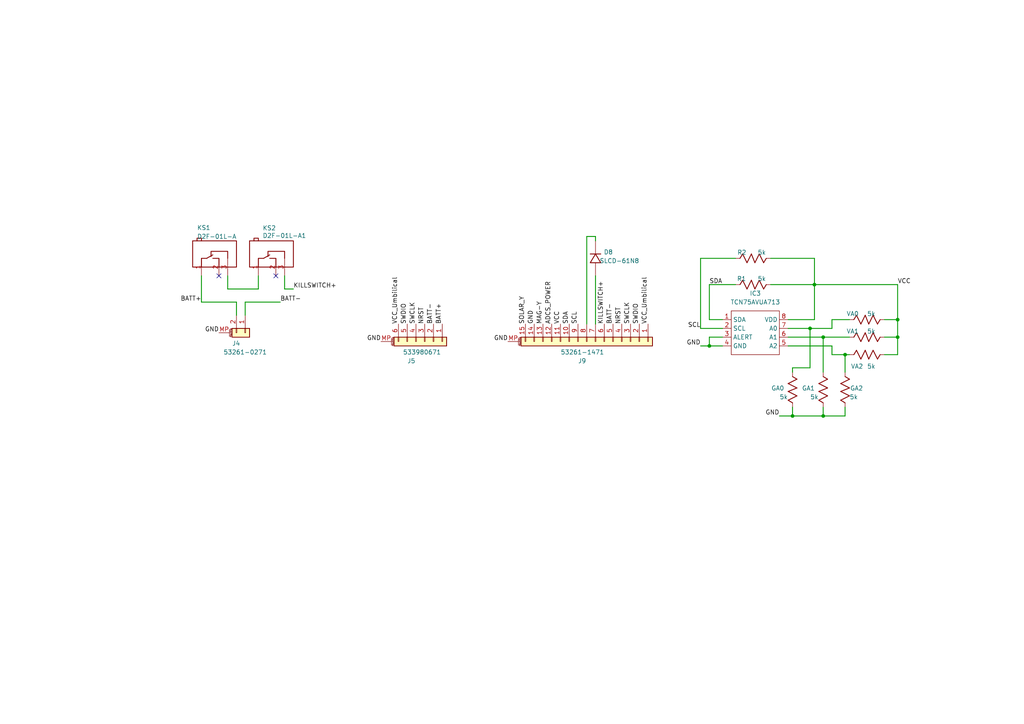
<source format=kicad_sch>
(kicad_sch (version 20211123) (generator eeschema)
  (paper "A4")
  (lib_symbols
    (symbol "Bottom_board-altium-import:0_5k"
      (property "Value" "0_5k" (at 0 0 0))
      (symbol "0_5k_1_0"
        (polyline (pts (xy -3.048 1.27) (xy -3.81 0)) (stroke (width 0.254)))
        (polyline (pts (xy -1.778 -1.27) (xy -3.048 1.27)) (stroke (width 0.254)))
        (polyline (pts (xy -0.508 1.27) (xy -1.778 -1.27)) (stroke (width 0.254)))
        (polyline (pts (xy 0.508 -1.27) (xy -0.508 1.27)) (stroke (width 0.254)))
        (polyline (pts (xy 1.778 1.27) (xy 0.508 -1.27)) (stroke (width 0.254)))
        (polyline (pts (xy 3.048 -1.27) (xy 1.778 1.27)) (stroke (width 0.254)))
        (polyline (pts (xy 3.81 0) (xy 3.048 -1.27)) (stroke (width 0.254)))
        (pin passive line (at -5.08 0 0) (length 1.27) (name "1") (number "1"))
        (pin passive line (at 5.08 0 180) (length 1.27) (name "2") (number "2"))
      )
    )
    (symbol "Bottom_board-altium-import:0_D2F-01L-A"
      (property "Value" "0_D2F-01L-A" (at 0 0 0))
      (symbol "0_D2F-01L-A_1_0"
        (polyline (pts (xy -1.016 0) (xy 0.762 1.016)) (stroke (width 0.254)))
        (polyline (pts (xy -2.54 -2.54) (xy -2.54 0) (xy -2.54 0) (xy -1.016 0)) (stroke (width 0.254)))
        (polyline (pts (xy 0.762 0) (xy 2.54 0) (xy 2.54 0) (xy 2.54 -2.54)) (stroke (width 0.254)))
        (polyline (pts (xy -3.81 5.08) (xy -3.81 5.842) (xy -3.81 5.842) (xy -2.54 5.842) (xy -2.54 5.842) (xy -2.54 5.08)) (stroke (width 0.254)))
        (polyline (pts (xy 5.08 0) (xy 5.08 2.032) (xy 5.08 2.032) (xy 0.254 2.032) (xy 0.254 2.032) (xy 0.254 0.508)) (stroke (width 0.254)))
        (rectangle (start 7.62 5.08) (end -5.08 -2.54) (stroke (width 0.254)))
        (pin passive line (at -2.54 -5.08 90) (length 5.08) (name "COM") (number "1"))
        (pin passive line (at 2.54 -5.08 90) (length 5.08) (name "NO") (number "2"))
        (pin passive line (at 5.08 -5.08 90) (length 5.08) (name "NC") (number "3"))
      )
    )
    (symbol "Bottom_board-altium-import:0_D2F-01L-A1"
      (property "Value" "0_D2F-01L-A1" (at 0 0 0))
      (symbol "0_D2F-01L-A1_1_0"
        (polyline (pts (xy -1.016 0) (xy 0.762 1.016)) (stroke (width 0.254)))
        (polyline (pts (xy -2.54 -2.54) (xy -2.54 0) (xy -2.54 0) (xy -1.016 0)) (stroke (width 0.254)))
        (polyline (pts (xy 0.762 0) (xy 2.54 0) (xy 2.54 0) (xy 2.54 -2.54)) (stroke (width 0.254)))
        (polyline (pts (xy -3.81 5.08) (xy -3.81 5.842) (xy -3.81 5.842) (xy -2.54 5.842) (xy -2.54 5.842) (xy -2.54 5.08)) (stroke (width 0.254)))
        (polyline (pts (xy 5.08 0) (xy 5.08 2.032) (xy 5.08 2.032) (xy 0.254 2.032) (xy 0.254 2.032) (xy 0.254 0.508)) (stroke (width 0.254)))
        (rectangle (start 7.62 5.08) (end -5.08 -2.54) (stroke (width 0.254)))
        (pin passive line (at -2.54 -5.08 90) (length 5.08) (name "COM") (number "1"))
        (pin passive line (at 2.54 -5.08 90) (length 5.08) (name "NO") (number "2"))
        (pin passive line (at 5.08 -5.08 90) (length 5.08) (name "NC") (number "3"))
      )
    )
    (symbol "Bottom_board-altium-import:0_SLCD-61N8"
      (property "Value" "0_SLCD-61N8" (at 0 0 0))
      (symbol "0_SLCD-61N8_1_0"
        (polyline (pts (xy 1.27 1.524) (xy 1.27 -1.524)) (stroke (width 0.254)))
        (polyline (pts (xy -1.27 -1.524) (xy 1.27 0) (xy 1.27 0) (xy -1.27 1.524) (xy -1.27 1.524) (xy -1.27 -1.524)) (stroke (width 0.254)))
        (pin passive line (at 5.08 0 180) (length 3.81) (name "1") (number "1"))
        (pin passive line (at -5.08 0 0) (length 3.81) (name "2") (number "2"))
      )
    )
    (symbol "Bottom_board-altium-import:1_5k"
      (property "Value" "1_5k" (at 0 0 0))
      (symbol "1_5k_1_0"
        (polyline (pts (xy -1.27 -3.048) (xy 0 -3.81)) (stroke (width 0.254)))
        (polyline (pts (xy -1.27 -0.508) (xy 1.27 -1.778)) (stroke (width 0.254)))
        (polyline (pts (xy -1.27 1.778) (xy 1.27 0.508)) (stroke (width 0.254)))
        (polyline (pts (xy 0 3.81) (xy 1.27 3.048)) (stroke (width 0.254)))
        (polyline (pts (xy 1.27 -1.778) (xy -1.27 -3.048)) (stroke (width 0.254)))
        (polyline (pts (xy 1.27 0.508) (xy -1.27 -0.508)) (stroke (width 0.254)))
        (polyline (pts (xy 1.27 3.048) (xy -1.27 1.778)) (stroke (width 0.254)))
        (pin passive line (at 0 -5.08 90) (length 1.27) (name "1") (number "1"))
        (pin passive line (at 0 5.08 270) (length 1.27) (name "2") (number "2"))
      )
    )
    (symbol "Connector_Generic_MountingPin:Conn_01x02_MountingPin" (pin_names (offset 1.016) hide)
      (property "Reference" "J" (at 0 2.54 0))
      (property "Value" "Conn_01x02_MountingPin" (at 1.27 -5.08 0))
      (symbol "Conn_01x02_MountingPin_1_1"
        (rectangle (start -1.27 -2.413) (end 0 -2.667) (stroke (width 0.1524)))
        (rectangle (start -1.27 0.127) (end 0 -0.127) (stroke (width 0.1524)))
        (rectangle (start -1.27 1.27) (end 1.27 -3.81) (stroke (width 0.254)) (fill (type background)))
        (polyline (pts (xy -1.016 -4.572) (xy 1.016 -4.572)) (stroke (width 0.1524)))
        (text "Mounting" (at 0 -4.191 0) (effects (font (size 0.381 0.381))))
        (pin passive line (at -5.08 0 0) (length 3.81) (name "Pin_1") (number "1"))
        (pin passive line (at -5.08 -2.54 0) (length 3.81) (name "Pin_2") (number "2"))
        (pin passive line (at 0 -7.62 90) (length 3.048) (name "MountPin") (number "MP"))
      )
    )
    (symbol "Connector_Generic_MountingPin:Conn_01x06_MountingPin" (pin_names (offset 1.016) hide)
      (property "Reference" "J" (at 0 7.62 0))
      (property "Value" "Conn_01x06_MountingPin" (at 1.27 -10.16 0))
      (symbol "Conn_01x06_MountingPin_1_1"
        (rectangle (start -1.27 -7.493) (end 0 -7.747) (stroke (width 0.1524)))
        (rectangle (start -1.27 -4.953) (end 0 -5.207) (stroke (width 0.1524)))
        (rectangle (start -1.27 -2.413) (end 0 -2.667) (stroke (width 0.1524)))
        (rectangle (start -1.27 0.127) (end 0 -0.127) (stroke (width 0.1524)))
        (rectangle (start -1.27 2.667) (end 0 2.413) (stroke (width 0.1524)))
        (rectangle (start -1.27 5.207) (end 0 4.953) (stroke (width 0.1524)))
        (rectangle (start -1.27 6.35) (end 1.27 -8.89) (stroke (width 0.254)) (fill (type background)))
        (polyline (pts (xy -1.016 -9.652) (xy 1.016 -9.652)) (stroke (width 0.1524)))
        (text "Mounting" (at 0 -9.271 0) (effects (font (size 0.381 0.381))))
        (pin passive line (at -5.08 5.08 0) (length 3.81) (name "Pin_1") (number "1"))
        (pin passive line (at -5.08 2.54 0) (length 3.81) (name "Pin_2") (number "2"))
        (pin passive line (at -5.08 0 0) (length 3.81) (name "Pin_3") (number "3"))
        (pin passive line (at -5.08 -2.54 0) (length 3.81) (name "Pin_4") (number "4"))
        (pin passive line (at -5.08 -5.08 0) (length 3.81) (name "Pin_5") (number "5"))
        (pin passive line (at -5.08 -7.62 0) (length 3.81) (name "Pin_6") (number "6"))
        (pin passive line (at 0 -12.7 90) (length 3.048) (name "MountPin") (number "MP"))
      )
    )
    (symbol "Connector_Generic_MountingPin:Conn_01x15_MountingPin" (pin_names (offset 1.016) hide)
      (property "Reference" "J" (at 0 20.32 0))
      (property "Value" "Conn_01x15_MountingPin" (at 1.27 -20.32 0))
      (symbol "Conn_01x15_MountingPin_1_1"
        (rectangle (start -1.27 -17.653) (end 0 -17.907) (stroke (width 0.1524)))
        (rectangle (start -1.27 -15.113) (end 0 -15.367) (stroke (width 0.1524)))
        (rectangle (start -1.27 -12.573) (end 0 -12.827) (stroke (width 0.1524)))
        (rectangle (start -1.27 -10.033) (end 0 -10.287) (stroke (width 0.1524)))
        (rectangle (start -1.27 -7.493) (end 0 -7.747) (stroke (width 0.1524)))
        (rectangle (start -1.27 -4.953) (end 0 -5.207) (stroke (width 0.1524)))
        (rectangle (start -1.27 -2.413) (end 0 -2.667) (stroke (width 0.1524)))
        (rectangle (start -1.27 0.127) (end 0 -0.127) (stroke (width 0.1524)))
        (rectangle (start -1.27 2.667) (end 0 2.413) (stroke (width 0.1524)))
        (rectangle (start -1.27 5.207) (end 0 4.953) (stroke (width 0.1524)))
        (rectangle (start -1.27 7.747) (end 0 7.493) (stroke (width 0.1524)))
        (rectangle (start -1.27 10.287) (end 0 10.033) (stroke (width 0.1524)))
        (rectangle (start -1.27 12.827) (end 0 12.573) (stroke (width 0.1524)))
        (rectangle (start -1.27 15.367) (end 0 15.113) (stroke (width 0.1524)))
        (rectangle (start -1.27 17.907) (end 0 17.653) (stroke (width 0.1524)))
        (rectangle (start -1.27 19.05) (end 1.27 -19.05) (stroke (width 0.254)) (fill (type background)))
        (polyline (pts (xy -1.016 -19.812) (xy 1.016 -19.812)) (stroke (width 0.1524)))
        (text "Mounting" (at 0 -19.431 0) (effects (font (size 0.381 0.381))))
        (pin passive line (at -5.08 17.78 0) (length 3.81) (name "Pin_1") (number "1"))
        (pin passive line (at -5.08 -5.08 0) (length 3.81) (name "Pin_10") (number "10"))
        (pin passive line (at -5.08 -7.62 0) (length 3.81) (name "Pin_11") (number "11"))
        (pin passive line (at -5.08 -10.16 0) (length 3.81) (name "Pin_12") (number "12"))
        (pin passive line (at -5.08 -12.7 0) (length 3.81) (name "Pin_13") (number "13"))
        (pin passive line (at -5.08 -15.24 0) (length 3.81) (name "Pin_14") (number "14"))
        (pin passive line (at -5.08 -17.78 0) (length 3.81) (name "Pin_15") (number "15"))
        (pin passive line (at -5.08 15.24 0) (length 3.81) (name "Pin_2") (number "2"))
        (pin passive line (at -5.08 12.7 0) (length 3.81) (name "Pin_3") (number "3"))
        (pin passive line (at -5.08 10.16 0) (length 3.81) (name "Pin_4") (number "4"))
        (pin passive line (at -5.08 7.62 0) (length 3.81) (name "Pin_5") (number "5"))
        (pin passive line (at -5.08 5.08 0) (length 3.81) (name "Pin_6") (number "6"))
        (pin passive line (at -5.08 2.54 0) (length 3.81) (name "Pin_7") (number "7"))
        (pin passive line (at -5.08 0 0) (length 3.81) (name "Pin_8") (number "8"))
        (pin passive line (at -5.08 -2.54 0) (length 3.81) (name "Pin_9") (number "9"))
        (pin passive line (at 0 -22.86 90) (length 3.048) (name "MountPin") (number "MP"))
      )
    )
    (symbol "SP_ICs:TCN75AVUA713"
      (property "Reference" "U" (at 6.35 6.35 0))
      (property "Value" "TCN75AVUA713" (at 8.89 3.81 0))
      (symbol "TCN75AVUA713_0_0"
        (pin unspecified line (at 0 0 0) (length 2.54) (name "SDA") (number "1"))
        (pin unspecified line (at 0 -2.54 0) (length 2.54) (name "SCL") (number "2"))
        (pin unspecified line (at 0 -5.08 0) (length 2.54) (name "ALERT") (number "3"))
        (pin unspecified line (at 0 -7.62 0) (length 2.54) (name "GND") (number "4"))
        (pin unspecified line (at 19.05 -7.62 180) (length 2.54) (name "A2") (number "5"))
        (pin unspecified line (at 19.05 -5.08 180) (length 2.54) (name "A1") (number "6"))
        (pin unspecified line (at 19.05 -2.54 180) (length 2.54) (name "A0") (number "7"))
        (pin unspecified line (at 19.05 0 180) (length 2.54) (name "VDD") (number "8"))
      )
      (symbol "TCN75AVUA713_0_1"
        (rectangle (start 2.54 2.54) (end 16.51 -10.16))
      )
    )
  )
  (junction (at 260.35 92.71))
  (junction (at 234.95 95.25))
  (junction (at 245.11 102.87))
  (junction (at 229.87 120.65))
  (junction (at 238.76 120.65))
  (junction (at 260.35 97.79))
  (junction (at 238.76 97.79))
  (junction (at 236.22 82.55))
  (junction (at 205.74 100.33))
  (no_connect (at 80.01 80.01))
  (no_connect (at 63.5 80.01))
  (wire (pts (xy 226.06 120.65) (xy 229.87 120.65)) (stroke (width 0.254)))
  (wire (pts (xy 203.2 95.25) (xy 209.55 95.25)) (stroke (width 0.254)))
  (wire (pts (xy 203.2 74.93) (xy 213.36 74.93)) (stroke (width 0.254)))
  (wire (pts (xy 260.35 102.87) (xy 256.54 102.87)) (stroke (width 0.254)))
  (wire (pts (xy 71.12 87.63) (xy 71.12 91.44)) (stroke (width 0.254)))
  (wire (pts (xy 203.2 95.25) (xy 203.2 74.93)) (stroke (width 0.254)))
  (wire (pts (xy 260.35 82.55) (xy 260.35 92.71)) (stroke (width 0.254)))
  (wire (pts (xy 260.35 92.71) (xy 260.35 97.79)) (stroke (width 0.254)))
  (wire (pts (xy 229.87 120.65) (xy 238.76 120.65)) (stroke (width 0.254)))
  (wire (pts (xy 172.72 68.58) (xy 172.72 69.85)) (stroke (width 0.254)))
  (wire (pts (xy 205.74 97.79) (xy 209.55 97.79)) (stroke (width 0.254)))
  (wire (pts (xy 228.6 100.33) (xy 241.3 100.33)) (stroke (width 0.254)))
  (wire (pts (xy 205.74 92.71) (xy 205.74 82.55)) (stroke (width 0.254)))
  (wire (pts (xy 228.6 95.25) (xy 234.95 95.25)) (stroke (width 0.254)))
  (wire (pts (xy 170.18 68.58) (xy 172.72 68.58)) (stroke (width 0.254)))
  (wire (pts (xy 260.35 97.79) (xy 260.35 102.87)) (stroke (width 0.254)))
  (wire (pts (xy 229.87 107.95) (xy 229.87 106.68)) (stroke (width 0.254)))
  (wire (pts (xy 256.54 97.79) (xy 260.35 97.79)) (stroke (width 0.254)))
  (wire (pts (xy 246.38 102.87) (xy 245.11 102.87)) (stroke (width 0.254)))
  (wire (pts (xy 238.76 118.11) (xy 238.76 120.65)) (stroke (width 0.254)))
  (wire (pts (xy 246.38 97.79) (xy 238.76 97.79)) (stroke (width 0.254)))
  (wire (pts (xy 66.04 80.01) (xy 66.04 83.82)) (stroke (width 0.254)))
  (wire (pts (xy 238.76 120.65) (xy 245.11 120.65)) (stroke (width 0.254)))
  (wire (pts (xy 68.58 91.44) (xy 68.58 87.63)) (stroke (width 0.254)))
  (wire (pts (xy 241.3 95.25) (xy 234.95 95.25)) (stroke (width 0.254)))
  (wire (pts (xy 82.55 83.82) (xy 82.55 80.01)) (stroke (width 0.254)))
  (wire (pts (xy 245.11 120.65) (xy 245.11 118.11)) (stroke (width 0.254)))
  (wire (pts (xy 68.58 87.63) (xy 58.42 87.63)) (stroke (width 0.254)))
  (wire (pts (xy 241.3 92.71) (xy 241.3 95.25)) (stroke (width 0.254)))
  (wire (pts (xy 223.52 74.93) (xy 236.22 74.93)) (stroke (width 0.254)))
  (wire (pts (xy 66.04 83.82) (xy 74.93 83.82)) (stroke (width 0.254)))
  (wire (pts (xy 205.74 100.33) (xy 209.55 100.33)) (stroke (width 0.254)))
  (wire (pts (xy 236.22 82.55) (xy 260.35 82.55)) (stroke (width 0.254)))
  (wire (pts (xy 85.09 83.82) (xy 82.55 83.82)) (stroke (width 0.254)))
  (wire (pts (xy 223.52 82.55) (xy 236.22 82.55)) (stroke (width 0.254)))
  (wire (pts (xy 238.76 107.95) (xy 238.76 97.79)) (stroke (width 0.254)))
  (wire (pts (xy 74.93 83.82) (xy 74.93 80.01)) (stroke (width 0.254)))
  (wire (pts (xy 228.6 92.71) (xy 236.22 92.71)) (stroke (width 0.254)))
  (wire (pts (xy 245.11 107.95) (xy 245.11 102.87)) (stroke (width 0.254)))
  (wire (pts (xy 256.54 92.71) (xy 260.35 92.71)) (stroke (width 0.254)))
  (wire (pts (xy 229.87 118.11) (xy 229.87 120.65)) (stroke (width 0.254)))
  (wire (pts (xy 203.2 100.33) (xy 205.74 100.33)) (stroke (width 0.254)))
  (wire (pts (xy 241.3 102.87) (xy 241.3 100.33)) (stroke (width 0.254)))
  (wire (pts (xy 81.28 87.63) (xy 71.12 87.63)) (stroke (width 0.254)))
  (wire (pts (xy 228.6 97.79) (xy 238.76 97.79)) (stroke (width 0.254)))
  (wire (pts (xy 236.22 82.55) (xy 236.22 74.93)) (stroke (width 0.254)))
  (wire (pts (xy 245.11 102.87) (xy 241.3 102.87)) (stroke (width 0.254)))
  (wire (pts (xy 170.18 68.58) (xy 170.18 93.98)) (stroke (width 0.254)))
  (wire (pts (xy 172.72 80.01) (xy 172.72 93.98)) (stroke (width 0.254)))
  (wire (pts (xy 205.74 92.71) (xy 209.55 92.71)) (stroke (width 0.254)))
  (wire (pts (xy 229.87 106.68) (xy 234.95 106.68)) (stroke (width 0.254)))
  (wire (pts (xy 205.74 82.55) (xy 213.36 82.55)) (stroke (width 0.254)))
  (wire (pts (xy 205.74 97.79) (xy 205.74 100.33)) (stroke (width 0.254)))
  (wire (pts (xy 58.42 87.63) (xy 58.42 80.01)) (stroke (width 0.254)))
  (wire (pts (xy 234.95 106.68) (xy 234.95 95.25)) (stroke (width 0.254)))
  (wire (pts (xy 246.38 92.71) (xy 241.3 92.71)) (stroke (width 0.254)))
  (wire (pts (xy 236.22 92.71) (xy 236.22 82.55)) (stroke (width 0.254)))
  (label "KILLSWITCH+" (at 175.26 93.98 90))
  (label "GND" (at 110.49 99.06 180))
  (label "BATT+" (at 58.42 87.63 180))
  (label "SWCLK" (at 120.65 93.98 90))
  (label "VCC_Umbilical" (at 187.96 93.98 90))
  (label "BATT-" (at 81.28 87.63 0))
  (label "GND" (at 63.5 96.52 180))
  (label "SCL" (at 203.2 95.25 180))
  (label "SWDIO" (at 185.42 93.98 90))
  (label "BATT-" (at 177.8 93.98 90))
  (label "SDA" (at 205.74 82.55 0))
  (label "SOLAR_Y" (at 152.4 93.98 90))
  (label "MAG-Y" (at 157.48 93.98 90))
  (label "SWDIO" (at 118.11 93.98 90))
  (label "GND" (at 203.2 100.33 180))
  (label "BATT+" (at 128.27 93.98 90))
  (label "VCC" (at 260.35 82.55 0))
  (label "KILLSWITCH+" (at 85.09 83.82 0))
  (label "SDA" (at 165.1 93.98 90))
  (label "NRST" (at 180.34 93.98 90))
  (label "GND" (at 226.06 120.65 180))
  (label "GND" (at 154.94 93.98 90))
  (label "NRST" (at 123.19 93.98 90))
  (label "SCL" (at 167.64 93.98 90))
  (label "ADCS_POWER" (at 160.02 93.98 90))
  (label "GND" (at 147.32 99.06 180))
  (label "VCC" (at 162.56 93.98 90))
  (label "BATT-" (at 125.73 93.98 90))
  (label "SWCLK" (at 182.88 93.98 90))
  (label "VCC_Umbilical" (at 115.57 93.98 90))
  (symbol (lib_id "SP_ICs:TCN75AVUA713") (at 209.55 92.71 0) (unit 1)
    (property "Reference" "IC3" (at 219.075 85.09 0))
    (property "Value" "TCN75AVUA713" (at 219.075 87.63 0))
    (property "Footprint" "Package_SO:SOP-8_3.9x4.9mm_P1.27mm" (effects hide))
  )
  (symbol (lib_id "Bottom_board-altium-import:1_5k") (at 229.87 113.03 0) (unit 1)
    (property "Reference" "GA0" (at 223.6872 113.3175 0) (effects (justify left bottom)))
    (property "Value" "5k" (at 226.0778 115.8584 0) (effects (justify left bottom)))
    (property "Footprint" "R0805" (effects hide))
    (property "NAMEALIAS" "Value(Ω)" (effects hide))
    (property "BOM_SUPPLIER PART" "71-CRCW0805J-5K" (effects hide))
    (property "BOM_SUPPLIER" "Mouser" (effects hide))
    (property "CONTRIBUTOR" "LCEDA_Lib" (effects hide))
    (property "SPICEPRE" "R" (effects hide))
    (property "SPICESYMBOLNAME" "R_0603_US" (effects hide))
    (property "BOM_MANUFACTURER PART" "CRCW08055K00JNTA" (effects hide))
    (property "BOM_MANUFACTURER" "Vishay / Dale" (effects hide))
    (property "BOM_LINK" "https://www.mouser.es/ProductDetail/Vishay-Dale/CRCW08055K00JNTA?qs=%2Fha2pyFadui6t5gBae62ocFJ46SNue422n5luvT1xmc7fnXInubqKA%3D%3D" (effects hide))
  )
  (symbol (lib_id "Bottom_board-altium-import:1_5k") (at 238.76 113.03 0) (unit 1)
    (property "Reference" "GA1" (at 232.5772 113.3275 0) (effects (justify left bottom)))
    (property "Value" "5k" (at 234.9678 115.8663 0) (effects (justify left bottom)))
    (property "Footprint" "R0805" (effects hide))
    (property "NAMEALIAS" "Value(Ω)" (effects hide))
    (property "BOM_SUPPLIER PART" "71-CRCW0805J-5K" (effects hide))
    (property "BOM_SUPPLIER" "Mouser" (effects hide))
    (property "CONTRIBUTOR" "LCEDA_Lib" (effects hide))
    (property "SPICEPRE" "R" (effects hide))
    (property "SPICESYMBOLNAME" "R_0603_US" (effects hide))
    (property "BOM_MANUFACTURER PART" "CRCW08055K00JNTA" (effects hide))
    (property "BOM_MANUFACTURER" "Vishay / Dale" (effects hide))
    (property "BOM_LINK" "https://www.mouser.es/ProductDetail/Vishay-Dale/CRCW08055K00JNTA?qs=%2Fha2pyFadui6t5gBae62ocFJ46SNue422n5luvT1xmc7fnXInubqKA%3D%3D" (effects hide))
  )
  (symbol (lib_id "Connector_Generic_MountingPin:Conn_01x02_MountingPin") (at 71.12 96.52 270) (unit 1)
    (property "Reference" "J4" (at 67.31 100.33 90) (effects (justify left bottom)))
    (property "Value" "53261-0271" (at 64.77 102.87 90) (effects (justify left bottom)))
    (property "Footprint" "CONN-SMD_532610271" (effects hide))
    (property "BOM_SUPPLIER" "LCSC" (effects hide))
    (property "BOM_SUPPLIER PART" "C189700" (effects hide))
    (property "BOM_MANUFACTURER" "MOLEX" (effects hide))
    (property "BOM_MANUFACTURER PART" "532610271" (effects hide))
    (property "CONTRIBUTOR" "LCSC" (effects hide))
    (property "BOM_JLCPCB PART CLASS" "Extended Part" (effects hide))
    (property "SPICEPRE" "C" (effects hide))
    (property "SPICESYMBOLNAME" "532610271" (effects hide))
  )
  (symbol (lib_id "Bottom_board-altium-import:0_5k") (at 251.46 97.79 0) (unit 1)
    (property "Reference" "VA1" (at 245.4975 96.8075 0) (effects (justify left bottom)))
    (property "Value" "5k" (at 251.4778 96.8084 0) (effects (justify left bottom)))
    (property "Footprint" "R0805" (effects hide))
    (property "NAMEALIAS" "Value(Ω)" (effects hide))
    (property "BOM_SUPPLIER PART" "71-CRCW0805J-5K" (effects hide))
    (property "BOM_SUPPLIER" "Mouser" (effects hide))
    (property "CONTRIBUTOR" "LCEDA_Lib" (effects hide))
    (property "SPICEPRE" "R" (effects hide))
    (property "SPICESYMBOLNAME" "R_0603_US" (effects hide))
    (property "BOM_MANUFACTURER PART" "CRCW08055K00JNTA" (effects hide))
    (property "BOM_MANUFACTURER" "Vishay / Dale" (effects hide))
    (property "BOM_LINK" "https://www.mouser.es/ProductDetail/Vishay-Dale/CRCW08055K00JNTA?qs=%2Fha2pyFadui6t5gBae62ocFJ46SNue422n5luvT1xmc7fnXInubqKA%3D%3D" (effects hide))
  )
  (symbol (lib_id "Bottom_board-altium-import:0_5k") (at 218.44 82.55 0) (unit 1)
    (property "Reference" "R1" (at 213.7256 81.5675 0) (effects (justify left bottom)))
    (property "Value" "5k" (at 219.7278 81.5684 0) (effects (justify left bottom)))
    (property "Footprint" "R0805" (effects hide))
    (property "NAMEALIAS" "Value(Ω)" (effects hide))
    (property "BOM_SUPPLIER PART" "71-CRCW0805J-5K" (effects hide))
    (property "BOM_SUPPLIER" "Mouser" (effects hide))
    (property "CONTRIBUTOR" "LCEDA_Lib" (effects hide))
    (property "SPICEPRE" "R" (effects hide))
    (property "SPICESYMBOLNAME" "R_0603_US" (effects hide))
    (property "BOM_MANUFACTURER PART" "CRCW08055K00JNTA" (effects hide))
    (property "BOM_MANUFACTURER" "Vishay / Dale" (effects hide))
    (property "BOM_LINK" "https://www.mouser.es/ProductDetail/Vishay-Dale/CRCW08055K00JNTA?qs=%2Fha2pyFadui6t5gBae62ocFJ46SNue422n5luvT1xmc7fnXInubqKA%3D%3D" (effects hide))
  )
  (symbol (lib_id "Bottom_board-altium-import:0_D2F-01L-A1") (at 77.47 74.93 0) (unit 1)
    (property "Reference" "KS2" (at 76.1503 66.8642 0) (effects (justify left bottom)))
    (property "Value" "D2F-01L-A1" (at 76.1484 69.0668 0) (effects (justify left bottom)))
    (property "Footprint" "SW-TH_D2F-01L" (effects hide))
    (property "BOM_SUPPLIER" "LCSC" (effects hide))
    (property "BOM_SUPPLIER PART" "C231335" (effects hide))
    (property "BOM_MANUFACTURER" "Omron Electronics" (effects hide))
    (property "BOM_MANUFACTURER PART" "D2F-01L" (effects hide))
    (property "CONTRIBUTOR" "LCSC" (effects hide))
    (property "BOM_LCSC ASSEMBLY" "Yes" (effects hide))
    (property "SMT TYPE" "Extend" (effects hide))
    (property "BOM_PASTE TYPE" "expand" (effects hide))
    (property "SPICEPRE" "S" (effects hide))
    (property "SPICESYMBOLNAME" "D2F-01L-A" (effects hide))
  )
  (symbol (lib_id "Connector_Generic_MountingPin:Conn_01x15_MountingPin") (at 170.18 99.06 270) (unit 1)
    (property "Reference" "J9" (at 167.64 105.41 90) (effects (justify left bottom)))
    (property "Value" "53261-1471" (at 175.26 102.87 90) (effects (justify right bottom)))
    (property "Footprint" "CONN-SMD_532611471" (effects hide))
    (property "BOM_SUPPLIER" "LCSC" (effects hide))
    (property "BOM_SUPPLIER PART" "C505101" (effects hide))
    (property "BOM_MANUFACTURER" "MOLEX" (effects hide))
    (property "BOM_MANUFACTURER PART" "532611471" (effects hide))
    (property "CONTRIBUTOR" "LCSC" (effects hide))
    (property "BOM_JLCPCB PART CLASS" "Extended Part" (effects hide))
    (property "SPICEPRE" "C" (effects hide))
    (property "SPICESYMBOLNAME" "532611471" (effects hide))
  )
  (symbol (lib_id "Connector_Generic_MountingPin:Conn_01x06_MountingPin") (at 123.19 99.06 270) (unit 1)
    (property "Reference" "J5" (at 118.11 105.41 90) (effects (justify left bottom)))
    (property "Value" "533980671" (at 116.84 102.87 90) (effects (justify left bottom)))
    (property "Footprint" "CONN-SMD_6P-P1.25-V-M_533980671" (effects hide))
    (property "BOM_SUPPLIER" "LCSC" (effects hide))
    (property "BOM_SUPPLIER PART" "C277393" (effects hide))
    (property "BOM_MANUFACTURER" "MOLEX" (effects hide))
    (property "BOM_MANUFACTURER PART" "533980671" (effects hide))
    (property "CONTRIBUTOR" "LCSC" (effects hide))
    (property "BOM_JLCPCB PART CLASS" "Extended Part" (effects hide))
    (property "SPICEPRE" "U" (effects hide))
    (property "SPICESYMBOLNAME" "533980671" (effects hide))
  )
  (symbol (lib_id "Bottom_board-altium-import:1_5k") (at 245.11 113.03 0) (unit 1)
    (property "Reference" "GA2" (at 246.5472 113.3275 0) (effects (justify left bottom)))
    (property "Value" "5k" (at 246.3978 115.8663 0) (effects (justify left bottom)))
    (property "Footprint" "R0805" (effects hide))
    (property "NAMEALIAS" "Value(Ω)" (effects hide))
    (property "BOM_SUPPLIER PART" "71-CRCW0805J-5K" (effects hide))
    (property "BOM_SUPPLIER" "Mouser" (effects hide))
    (property "CONTRIBUTOR" "LCEDA_Lib" (effects hide))
    (property "SPICEPRE" "R" (effects hide))
    (property "SPICESYMBOLNAME" "R_0603_US" (effects hide))
    (property "BOM_MANUFACTURER PART" "CRCW08055K00JNTA" (effects hide))
    (property "BOM_MANUFACTURER" "Vishay / Dale" (effects hide))
    (property "BOM_LINK" "https://www.mouser.es/ProductDetail/Vishay-Dale/CRCW08055K00JNTA?qs=%2Fha2pyFadui6t5gBae62ocFJ46SNue422n5luvT1xmc7fnXInubqKA%3D%3D" (effects hide))
  )
  (symbol (lib_id "Bottom_board-altium-import:0_D2F-01L-A") (at 60.96 74.93 0) (unit 1)
    (property "Reference" "KS1" (at 57.15 66.7808 0) (effects (justify left bottom)))
    (property "Value" "D2F-01L-A" (at 57.15 69.3208 0) (effects (justify left bottom)))
    (property "Footprint" "SW-TH_D2F-01L" (effects hide))
    (property "BOM_SUPPLIER" "LCSC" (effects hide))
    (property "BOM_SUPPLIER PART" "C231335" (effects hide))
    (property "BOM_MANUFACTURER" "Omron Electronics" (effects hide))
    (property "BOM_MANUFACTURER PART" "D2F-01L" (effects hide))
    (property "CONTRIBUTOR" "LCSC" (effects hide))
    (property "BOM_LCSC ASSEMBLY" "Yes" (effects hide))
    (property "SMT TYPE" "Extend" (effects hide))
    (property "BOM_PASTE TYPE" "expand" (effects hide))
    (property "SPICEPRE" "S" (effects hide))
    (property "SPICESYMBOLNAME" "D2F-01L-A" (effects hide))
  )
  (symbol (lib_id "Bottom_board-altium-import:0_5k") (at 218.44 74.93 0) (unit 1)
    (property "Reference" "R2" (at 213.813 73.9475 0) (effects (justify left bottom)))
    (property "Value" "5k" (at 219.7278 73.9484 0) (effects (justify left bottom)))
    (property "Footprint" "R0805" (effects hide))
    (property "NAMEALIAS" "Value(Ω)" (effects hide))
    (property "BOM_SUPPLIER PART" "71-CRCW0805J-5K" (effects hide))
    (property "BOM_SUPPLIER" "Mouser" (effects hide))
    (property "CONTRIBUTOR" "LCEDA_Lib" (effects hide))
    (property "SPICEPRE" "R" (effects hide))
    (property "SPICESYMBOLNAME" "R_0603_US" (effects hide))
    (property "BOM_MANUFACTURER PART" "CRCW08055K00JNTA" (effects hide))
    (property "BOM_MANUFACTURER" "Vishay / Dale" (effects hide))
    (property "BOM_LINK" "https://www.mouser.es/ProductDetail/Vishay-Dale/CRCW08055K00JNTA?qs=%2Fha2pyFadui6t5gBae62ocFJ46SNue422n5luvT1xmc7fnXInubqKA%3D%3D" (effects hide))
  )
  (symbol (lib_id "Bottom_board-altium-import:0_SLCD-61N8") (at 172.72 74.93 90) (unit 1)
    (property "Reference" "D8" (at 177.8 72.39 90) (effects (justify left bottom)))
    (property "Value" "SLCD-61N8" (at 185.42 74.93 90) (effects (justify left bottom)))
    (property "Footprint" "SOD-123_L2.8-W1.8-LS3.7-RD" (effects hide))
    (property "BOM_SUPPLIER PART" "C328592" (effects hide))
    (property "BOM_MANUFACTURER" "BLUE ROCKET" (effects hide))
    (property "BOM_MANUFACTURER PART" "1N4007W" (effects hide))
    (property "CONTRIBUTOR" "Blothr" (effects hide))
    (property "SPICEPRE" "D" (effects hide))
    (property "SPICESYMBOLNAME" "SLCD-61N8" (effects hide))
  )
  (symbol (lib_id "Bottom_board-altium-import:0_5k") (at 251.46 92.71 0) (unit 1)
    (property "Reference" "VA0" (at 245.4975 91.7275 0) (effects (justify left bottom)))
    (property "Value" "5k" (at 251.4778 91.7284 0) (effects (justify left bottom)))
    (property "Footprint" "R0805" (effects hide))
    (property "NAMEALIAS" "Value(Ω)" (effects hide))
    (property "BOM_SUPPLIER PART" "71-CRCW0805J-5K" (effects hide))
    (property "BOM_SUPPLIER" "Mouser" (effects hide))
    (property "CONTRIBUTOR" "LCEDA_Lib" (effects hide))
    (property "SPICEPRE" "R" (effects hide))
    (property "SPICESYMBOLNAME" "R_0603_US" (effects hide))
    (property "BOM_MANUFACTURER PART" "CRCW08055K00JNTA" (effects hide))
    (property "BOM_MANUFACTURER" "Vishay / Dale" (effects hide))
    (property "BOM_LINK" "https://www.mouser.es/ProductDetail/Vishay-Dale/CRCW08055K00JNTA?qs=%2Fha2pyFadui6t5gBae62ocFJ46SNue422n5luvT1xmc7fnXInubqKA%3D%3D" (effects hide))
  )
  (symbol (lib_id "Bottom_board-altium-import:0_5k") (at 251.46 102.87 0) (unit 1)
    (property "Reference" "VA2" (at 246.7675 106.9755 0) (effects (justify left bottom)))
    (property "Value" "5k" (at 251.4778 106.9763 0) (effects (justify left bottom)))
    (property "Footprint" "R0805" (effects hide))
    (property "NAMEALIAS" "Value(Ω)" (effects hide))
    (property "BOM_SUPPLIER PART" "71-CRCW0805J-5K" (effects hide))
    (property "BOM_SUPPLIER" "Mouser" (effects hide))
    (property "CONTRIBUTOR" "LCEDA_Lib" (effects hide))
    (property "SPICEPRE" "R" (effects hide))
    (property "SPICESYMBOLNAME" "R_0603_US" (effects hide))
    (property "BOM_MANUFACTURER PART" "CRCW08055K00JNTA" (effects hide))
    (property "BOM_MANUFACTURER" "Vishay / Dale" (effects hide))
    (property "BOM_LINK" "https://www.mouser.es/ProductDetail/Vishay-Dale/CRCW08055K00JNTA?qs=%2Fha2pyFadui6t5gBae62ocFJ46SNue422n5luvT1xmc7fnXInubqKA%3D%3D" (effects hide))
  )
)
</source>
